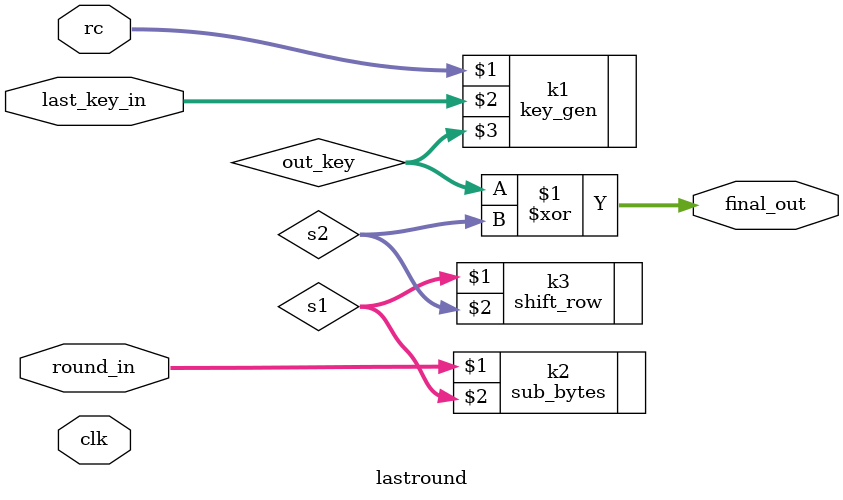
<source format=sv>
module lastround(
    input logic clk,
    input logic [3:0] rc,
    input logic [127:0] round_in,
    input logic [127:0] last_key_in,
    output logic [127:0] final_out
);

logic [127:0] s1, s2, s3, out_key;

key_gen k1 (rc, last_key_in, out_key);
sub_bytes k2 (round_in, s1);
shift_row k3 (s1, s2);

assign final_out = out_key ^ s2;

endmodule
</source>
